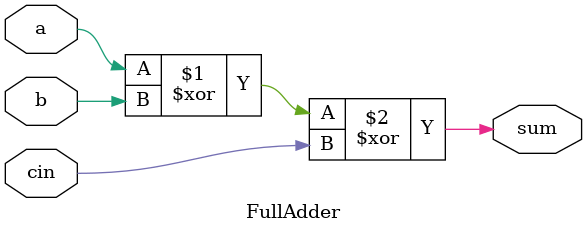
<source format=v>
module FullAdder
(
	input a,
	input b,
	input cin,
	output sum
);

assign sum = (a ^ b ^ cin);

endmodule




</source>
